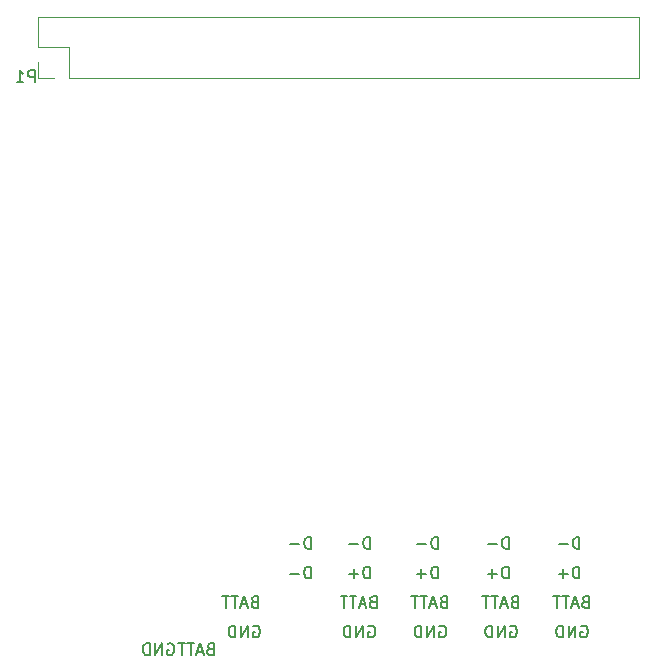
<source format=gbo>
G04 #@! TF.GenerationSoftware,KiCad,Pcbnew,(5.1.8)-1*
G04 #@! TF.CreationDate,2020-12-29T14:13:16+09:00*
G04 #@! TF.ProjectId,RasPi4-UART-RS485,52617350-6934-42d5-9541-52542d525334,rev?*
G04 #@! TF.SameCoordinates,Original*
G04 #@! TF.FileFunction,Legend,Bot*
G04 #@! TF.FilePolarity,Positive*
%FSLAX46Y46*%
G04 Gerber Fmt 4.6, Leading zero omitted, Abs format (unit mm)*
G04 Created by KiCad (PCBNEW (5.1.8)-1) date 2020-12-29 14:13:16*
%MOMM*%
%LPD*%
G01*
G04 APERTURE LIST*
%ADD10C,0.150000*%
%ADD11C,0.120000*%
G04 APERTURE END LIST*
D10*
X230130952Y-142452380D02*
X230130952Y-141452380D01*
X229892857Y-141452380D01*
X229750000Y-141500000D01*
X229654761Y-141595238D01*
X229607142Y-141690476D01*
X229559523Y-141880952D01*
X229559523Y-142023809D01*
X229607142Y-142214285D01*
X229654761Y-142309523D01*
X229750000Y-142404761D01*
X229892857Y-142452380D01*
X230130952Y-142452380D01*
X229130952Y-142071428D02*
X228369047Y-142071428D01*
X230130952Y-139952380D02*
X230130952Y-138952380D01*
X229892857Y-138952380D01*
X229750000Y-139000000D01*
X229654761Y-139095238D01*
X229607142Y-139190476D01*
X229559523Y-139380952D01*
X229559523Y-139523809D01*
X229607142Y-139714285D01*
X229654761Y-139809523D01*
X229750000Y-139904761D01*
X229892857Y-139952380D01*
X230130952Y-139952380D01*
X229130952Y-139571428D02*
X228369047Y-139571428D01*
X235130952Y-139952380D02*
X235130952Y-138952380D01*
X234892857Y-138952380D01*
X234750000Y-139000000D01*
X234654761Y-139095238D01*
X234607142Y-139190476D01*
X234559523Y-139380952D01*
X234559523Y-139523809D01*
X234607142Y-139714285D01*
X234654761Y-139809523D01*
X234750000Y-139904761D01*
X234892857Y-139952380D01*
X235130952Y-139952380D01*
X234130952Y-139571428D02*
X233369047Y-139571428D01*
X240880952Y-139952380D02*
X240880952Y-138952380D01*
X240642857Y-138952380D01*
X240500000Y-139000000D01*
X240404761Y-139095238D01*
X240357142Y-139190476D01*
X240309523Y-139380952D01*
X240309523Y-139523809D01*
X240357142Y-139714285D01*
X240404761Y-139809523D01*
X240500000Y-139904761D01*
X240642857Y-139952380D01*
X240880952Y-139952380D01*
X239880952Y-139571428D02*
X239119047Y-139571428D01*
X246880952Y-139952380D02*
X246880952Y-138952380D01*
X246642857Y-138952380D01*
X246500000Y-139000000D01*
X246404761Y-139095238D01*
X246357142Y-139190476D01*
X246309523Y-139380952D01*
X246309523Y-139523809D01*
X246357142Y-139714285D01*
X246404761Y-139809523D01*
X246500000Y-139904761D01*
X246642857Y-139952380D01*
X246880952Y-139952380D01*
X245880952Y-139571428D02*
X245119047Y-139571428D01*
X252880952Y-139952380D02*
X252880952Y-138952380D01*
X252642857Y-138952380D01*
X252500000Y-139000000D01*
X252404761Y-139095238D01*
X252357142Y-139190476D01*
X252309523Y-139380952D01*
X252309523Y-139523809D01*
X252357142Y-139714285D01*
X252404761Y-139809523D01*
X252500000Y-139904761D01*
X252642857Y-139952380D01*
X252880952Y-139952380D01*
X251880952Y-139571428D02*
X251119047Y-139571428D01*
X252880952Y-142452380D02*
X252880952Y-141452380D01*
X252642857Y-141452380D01*
X252500000Y-141500000D01*
X252404761Y-141595238D01*
X252357142Y-141690476D01*
X252309523Y-141880952D01*
X252309523Y-142023809D01*
X252357142Y-142214285D01*
X252404761Y-142309523D01*
X252500000Y-142404761D01*
X252642857Y-142452380D01*
X252880952Y-142452380D01*
X251880952Y-142071428D02*
X251119047Y-142071428D01*
X251500000Y-142452380D02*
X251500000Y-141690476D01*
X246880952Y-142452380D02*
X246880952Y-141452380D01*
X246642857Y-141452380D01*
X246500000Y-141500000D01*
X246404761Y-141595238D01*
X246357142Y-141690476D01*
X246309523Y-141880952D01*
X246309523Y-142023809D01*
X246357142Y-142214285D01*
X246404761Y-142309523D01*
X246500000Y-142404761D01*
X246642857Y-142452380D01*
X246880952Y-142452380D01*
X245880952Y-142071428D02*
X245119047Y-142071428D01*
X245500000Y-142452380D02*
X245500000Y-141690476D01*
X240880952Y-142452380D02*
X240880952Y-141452380D01*
X240642857Y-141452380D01*
X240500000Y-141500000D01*
X240404761Y-141595238D01*
X240357142Y-141690476D01*
X240309523Y-141880952D01*
X240309523Y-142023809D01*
X240357142Y-142214285D01*
X240404761Y-142309523D01*
X240500000Y-142404761D01*
X240642857Y-142452380D01*
X240880952Y-142452380D01*
X239880952Y-142071428D02*
X239119047Y-142071428D01*
X239500000Y-142452380D02*
X239500000Y-141690476D01*
X235130952Y-142452380D02*
X235130952Y-141452380D01*
X234892857Y-141452380D01*
X234750000Y-141500000D01*
X234654761Y-141595238D01*
X234607142Y-141690476D01*
X234559523Y-141880952D01*
X234559523Y-142023809D01*
X234607142Y-142214285D01*
X234654761Y-142309523D01*
X234750000Y-142404761D01*
X234892857Y-142452380D01*
X235130952Y-142452380D01*
X234130952Y-142071428D02*
X233369047Y-142071428D01*
X233750000Y-142452380D02*
X233750000Y-141690476D01*
X218011904Y-148000000D02*
X218107142Y-147952380D01*
X218250000Y-147952380D01*
X218392857Y-148000000D01*
X218488095Y-148095238D01*
X218535714Y-148190476D01*
X218583333Y-148380952D01*
X218583333Y-148523809D01*
X218535714Y-148714285D01*
X218488095Y-148809523D01*
X218392857Y-148904761D01*
X218250000Y-148952380D01*
X218154761Y-148952380D01*
X218011904Y-148904761D01*
X217964285Y-148857142D01*
X217964285Y-148523809D01*
X218154761Y-148523809D01*
X217535714Y-148952380D02*
X217535714Y-147952380D01*
X216964285Y-148952380D01*
X216964285Y-147952380D01*
X216488095Y-148952380D02*
X216488095Y-147952380D01*
X216250000Y-147952380D01*
X216107142Y-148000000D01*
X216011904Y-148095238D01*
X215964285Y-148190476D01*
X215916666Y-148380952D01*
X215916666Y-148523809D01*
X215964285Y-148714285D01*
X216011904Y-148809523D01*
X216107142Y-148904761D01*
X216250000Y-148952380D01*
X216488095Y-148952380D01*
X221619047Y-148428571D02*
X221476190Y-148476190D01*
X221428571Y-148523809D01*
X221380952Y-148619047D01*
X221380952Y-148761904D01*
X221428571Y-148857142D01*
X221476190Y-148904761D01*
X221571428Y-148952380D01*
X221952380Y-148952380D01*
X221952380Y-147952380D01*
X221619047Y-147952380D01*
X221523809Y-148000000D01*
X221476190Y-148047619D01*
X221428571Y-148142857D01*
X221428571Y-148238095D01*
X221476190Y-148333333D01*
X221523809Y-148380952D01*
X221619047Y-148428571D01*
X221952380Y-148428571D01*
X221000000Y-148666666D02*
X220523809Y-148666666D01*
X221095238Y-148952380D02*
X220761904Y-147952380D01*
X220428571Y-148952380D01*
X220238095Y-147952380D02*
X219666666Y-147952380D01*
X219952380Y-148952380D02*
X219952380Y-147952380D01*
X219476190Y-147952380D02*
X218904761Y-147952380D01*
X219190476Y-148952380D02*
X219190476Y-147952380D01*
X225369047Y-144428571D02*
X225226190Y-144476190D01*
X225178571Y-144523809D01*
X225130952Y-144619047D01*
X225130952Y-144761904D01*
X225178571Y-144857142D01*
X225226190Y-144904761D01*
X225321428Y-144952380D01*
X225702380Y-144952380D01*
X225702380Y-143952380D01*
X225369047Y-143952380D01*
X225273809Y-144000000D01*
X225226190Y-144047619D01*
X225178571Y-144142857D01*
X225178571Y-144238095D01*
X225226190Y-144333333D01*
X225273809Y-144380952D01*
X225369047Y-144428571D01*
X225702380Y-144428571D01*
X224750000Y-144666666D02*
X224273809Y-144666666D01*
X224845238Y-144952380D02*
X224511904Y-143952380D01*
X224178571Y-144952380D01*
X223988095Y-143952380D02*
X223416666Y-143952380D01*
X223702380Y-144952380D02*
X223702380Y-143952380D01*
X223226190Y-143952380D02*
X222654761Y-143952380D01*
X222940476Y-144952380D02*
X222940476Y-143952380D01*
X235369047Y-144428571D02*
X235226190Y-144476190D01*
X235178571Y-144523809D01*
X235130952Y-144619047D01*
X235130952Y-144761904D01*
X235178571Y-144857142D01*
X235226190Y-144904761D01*
X235321428Y-144952380D01*
X235702380Y-144952380D01*
X235702380Y-143952380D01*
X235369047Y-143952380D01*
X235273809Y-144000000D01*
X235226190Y-144047619D01*
X235178571Y-144142857D01*
X235178571Y-144238095D01*
X235226190Y-144333333D01*
X235273809Y-144380952D01*
X235369047Y-144428571D01*
X235702380Y-144428571D01*
X234750000Y-144666666D02*
X234273809Y-144666666D01*
X234845238Y-144952380D02*
X234511904Y-143952380D01*
X234178571Y-144952380D01*
X233988095Y-143952380D02*
X233416666Y-143952380D01*
X233702380Y-144952380D02*
X233702380Y-143952380D01*
X233226190Y-143952380D02*
X232654761Y-143952380D01*
X232940476Y-144952380D02*
X232940476Y-143952380D01*
X241369047Y-144428571D02*
X241226190Y-144476190D01*
X241178571Y-144523809D01*
X241130952Y-144619047D01*
X241130952Y-144761904D01*
X241178571Y-144857142D01*
X241226190Y-144904761D01*
X241321428Y-144952380D01*
X241702380Y-144952380D01*
X241702380Y-143952380D01*
X241369047Y-143952380D01*
X241273809Y-144000000D01*
X241226190Y-144047619D01*
X241178571Y-144142857D01*
X241178571Y-144238095D01*
X241226190Y-144333333D01*
X241273809Y-144380952D01*
X241369047Y-144428571D01*
X241702380Y-144428571D01*
X240750000Y-144666666D02*
X240273809Y-144666666D01*
X240845238Y-144952380D02*
X240511904Y-143952380D01*
X240178571Y-144952380D01*
X239988095Y-143952380D02*
X239416666Y-143952380D01*
X239702380Y-144952380D02*
X239702380Y-143952380D01*
X239226190Y-143952380D02*
X238654761Y-143952380D01*
X238940476Y-144952380D02*
X238940476Y-143952380D01*
X247369047Y-144428571D02*
X247226190Y-144476190D01*
X247178571Y-144523809D01*
X247130952Y-144619047D01*
X247130952Y-144761904D01*
X247178571Y-144857142D01*
X247226190Y-144904761D01*
X247321428Y-144952380D01*
X247702380Y-144952380D01*
X247702380Y-143952380D01*
X247369047Y-143952380D01*
X247273809Y-144000000D01*
X247226190Y-144047619D01*
X247178571Y-144142857D01*
X247178571Y-144238095D01*
X247226190Y-144333333D01*
X247273809Y-144380952D01*
X247369047Y-144428571D01*
X247702380Y-144428571D01*
X246750000Y-144666666D02*
X246273809Y-144666666D01*
X246845238Y-144952380D02*
X246511904Y-143952380D01*
X246178571Y-144952380D01*
X245988095Y-143952380D02*
X245416666Y-143952380D01*
X245702380Y-144952380D02*
X245702380Y-143952380D01*
X245226190Y-143952380D02*
X244654761Y-143952380D01*
X244940476Y-144952380D02*
X244940476Y-143952380D01*
X253369047Y-144428571D02*
X253226190Y-144476190D01*
X253178571Y-144523809D01*
X253130952Y-144619047D01*
X253130952Y-144761904D01*
X253178571Y-144857142D01*
X253226190Y-144904761D01*
X253321428Y-144952380D01*
X253702380Y-144952380D01*
X253702380Y-143952380D01*
X253369047Y-143952380D01*
X253273809Y-144000000D01*
X253226190Y-144047619D01*
X253178571Y-144142857D01*
X253178571Y-144238095D01*
X253226190Y-144333333D01*
X253273809Y-144380952D01*
X253369047Y-144428571D01*
X253702380Y-144428571D01*
X252750000Y-144666666D02*
X252273809Y-144666666D01*
X252845238Y-144952380D02*
X252511904Y-143952380D01*
X252178571Y-144952380D01*
X251988095Y-143952380D02*
X251416666Y-143952380D01*
X251702380Y-144952380D02*
X251702380Y-143952380D01*
X251226190Y-143952380D02*
X250654761Y-143952380D01*
X250940476Y-144952380D02*
X250940476Y-143952380D01*
X225261904Y-146500000D02*
X225357142Y-146452380D01*
X225500000Y-146452380D01*
X225642857Y-146500000D01*
X225738095Y-146595238D01*
X225785714Y-146690476D01*
X225833333Y-146880952D01*
X225833333Y-147023809D01*
X225785714Y-147214285D01*
X225738095Y-147309523D01*
X225642857Y-147404761D01*
X225500000Y-147452380D01*
X225404761Y-147452380D01*
X225261904Y-147404761D01*
X225214285Y-147357142D01*
X225214285Y-147023809D01*
X225404761Y-147023809D01*
X224785714Y-147452380D02*
X224785714Y-146452380D01*
X224214285Y-147452380D01*
X224214285Y-146452380D01*
X223738095Y-147452380D02*
X223738095Y-146452380D01*
X223500000Y-146452380D01*
X223357142Y-146500000D01*
X223261904Y-146595238D01*
X223214285Y-146690476D01*
X223166666Y-146880952D01*
X223166666Y-147023809D01*
X223214285Y-147214285D01*
X223261904Y-147309523D01*
X223357142Y-147404761D01*
X223500000Y-147452380D01*
X223738095Y-147452380D01*
X235011904Y-146500000D02*
X235107142Y-146452380D01*
X235250000Y-146452380D01*
X235392857Y-146500000D01*
X235488095Y-146595238D01*
X235535714Y-146690476D01*
X235583333Y-146880952D01*
X235583333Y-147023809D01*
X235535714Y-147214285D01*
X235488095Y-147309523D01*
X235392857Y-147404761D01*
X235250000Y-147452380D01*
X235154761Y-147452380D01*
X235011904Y-147404761D01*
X234964285Y-147357142D01*
X234964285Y-147023809D01*
X235154761Y-147023809D01*
X234535714Y-147452380D02*
X234535714Y-146452380D01*
X233964285Y-147452380D01*
X233964285Y-146452380D01*
X233488095Y-147452380D02*
X233488095Y-146452380D01*
X233250000Y-146452380D01*
X233107142Y-146500000D01*
X233011904Y-146595238D01*
X232964285Y-146690476D01*
X232916666Y-146880952D01*
X232916666Y-147023809D01*
X232964285Y-147214285D01*
X233011904Y-147309523D01*
X233107142Y-147404761D01*
X233250000Y-147452380D01*
X233488095Y-147452380D01*
X241011904Y-146500000D02*
X241107142Y-146452380D01*
X241250000Y-146452380D01*
X241392857Y-146500000D01*
X241488095Y-146595238D01*
X241535714Y-146690476D01*
X241583333Y-146880952D01*
X241583333Y-147023809D01*
X241535714Y-147214285D01*
X241488095Y-147309523D01*
X241392857Y-147404761D01*
X241250000Y-147452380D01*
X241154761Y-147452380D01*
X241011904Y-147404761D01*
X240964285Y-147357142D01*
X240964285Y-147023809D01*
X241154761Y-147023809D01*
X240535714Y-147452380D02*
X240535714Y-146452380D01*
X239964285Y-147452380D01*
X239964285Y-146452380D01*
X239488095Y-147452380D02*
X239488095Y-146452380D01*
X239250000Y-146452380D01*
X239107142Y-146500000D01*
X239011904Y-146595238D01*
X238964285Y-146690476D01*
X238916666Y-146880952D01*
X238916666Y-147023809D01*
X238964285Y-147214285D01*
X239011904Y-147309523D01*
X239107142Y-147404761D01*
X239250000Y-147452380D01*
X239488095Y-147452380D01*
X247011904Y-146500000D02*
X247107142Y-146452380D01*
X247250000Y-146452380D01*
X247392857Y-146500000D01*
X247488095Y-146595238D01*
X247535714Y-146690476D01*
X247583333Y-146880952D01*
X247583333Y-147023809D01*
X247535714Y-147214285D01*
X247488095Y-147309523D01*
X247392857Y-147404761D01*
X247250000Y-147452380D01*
X247154761Y-147452380D01*
X247011904Y-147404761D01*
X246964285Y-147357142D01*
X246964285Y-147023809D01*
X247154761Y-147023809D01*
X246535714Y-147452380D02*
X246535714Y-146452380D01*
X245964285Y-147452380D01*
X245964285Y-146452380D01*
X245488095Y-147452380D02*
X245488095Y-146452380D01*
X245250000Y-146452380D01*
X245107142Y-146500000D01*
X245011904Y-146595238D01*
X244964285Y-146690476D01*
X244916666Y-146880952D01*
X244916666Y-147023809D01*
X244964285Y-147214285D01*
X245011904Y-147309523D01*
X245107142Y-147404761D01*
X245250000Y-147452380D01*
X245488095Y-147452380D01*
X253011904Y-146500000D02*
X253107142Y-146452380D01*
X253250000Y-146452380D01*
X253392857Y-146500000D01*
X253488095Y-146595238D01*
X253535714Y-146690476D01*
X253583333Y-146880952D01*
X253583333Y-147023809D01*
X253535714Y-147214285D01*
X253488095Y-147309523D01*
X253392857Y-147404761D01*
X253250000Y-147452380D01*
X253154761Y-147452380D01*
X253011904Y-147404761D01*
X252964285Y-147357142D01*
X252964285Y-147023809D01*
X253154761Y-147023809D01*
X252535714Y-147452380D02*
X252535714Y-146452380D01*
X251964285Y-147452380D01*
X251964285Y-146452380D01*
X251488095Y-147452380D02*
X251488095Y-146452380D01*
X251250000Y-146452380D01*
X251107142Y-146500000D01*
X251011904Y-146595238D01*
X250964285Y-146690476D01*
X250916666Y-146880952D01*
X250916666Y-147023809D01*
X250964285Y-147214285D01*
X251011904Y-147309523D01*
X251107142Y-147404761D01*
X251250000Y-147452380D01*
X251488095Y-147452380D01*
D11*
X207040000Y-94900000D02*
X207040000Y-97500000D01*
X207040000Y-94900000D02*
X257960000Y-94900000D01*
X257960000Y-94900000D02*
X257960000Y-100100000D01*
X209640000Y-100100000D02*
X257960000Y-100100000D01*
X209640000Y-97500000D02*
X209640000Y-100100000D01*
X207040000Y-97500000D02*
X209640000Y-97500000D01*
X207040000Y-100100000D02*
X208370000Y-100100000D01*
X207040000Y-98770000D02*
X207040000Y-100100000D01*
D10*
X206738095Y-100452380D02*
X206738095Y-99452380D01*
X206357142Y-99452380D01*
X206261904Y-99500000D01*
X206214285Y-99547619D01*
X206166666Y-99642857D01*
X206166666Y-99785714D01*
X206214285Y-99880952D01*
X206261904Y-99928571D01*
X206357142Y-99976190D01*
X206738095Y-99976190D01*
X205214285Y-100452380D02*
X205785714Y-100452380D01*
X205500000Y-100452380D02*
X205500000Y-99452380D01*
X205595238Y-99595238D01*
X205690476Y-99690476D01*
X205785714Y-99738095D01*
M02*

</source>
